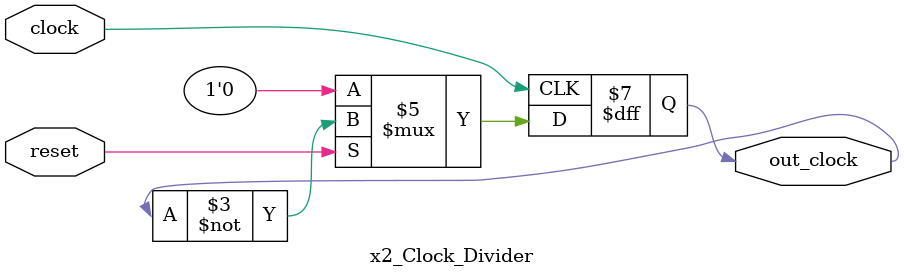
<source format=sv>
/* ******************************************* *
 *                                             *
 * Name: x2 Clock Divider                      *
 * Date: July 22, 2020                         *
 * Author: Anthony Kung                        *
 * Author URI: https://anth.dev                *
 *                                             *
 ***********************************************/

module x2_Clock_Divider (input logic clock,
                         input logic reset,
                         output logic out_clock);

  always @(posedge clock)
  begin
    if (!reset)
      out_clock <= 1'b0;
    else
      out_clock <= ~out_clock;
  end
endmodule
</source>
